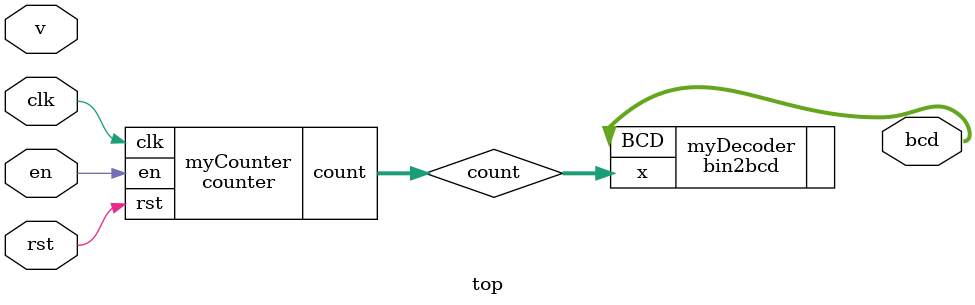
<source format=sv>
module counter #(
    parameter WIDTH = 8
)(
    //interface signals
    input logic              clk,
    input logic              rst,
    input logic              en,
    output logic [WIDTH-1:0] count
);

always_ff @(posedge clk, posedge rst)
    if(rst) count <= {WIDTH{1'b0}}; //forms width bits of '0'
    else count <= count + {{WIDTH-1{1'b0}}, en}; //adds width-1 digits of binary 0's and then adds the enable
endmodule


module top #(
  parameter WIDTH = 8
)(
  // interface signals
  input  logic             clk,      // clock 
  input  logic             rst,      // reset 
  input  logic             en,       // enable
  input  logic [WIDTH-1:0] v,        // value to preload
  output logic [11:0]      bcd       // count output
);

  logic  [WIDTH-1:0]       count;    // interconnect wire

counter myCounter (
  .clk (clk),
  .rst (rst),
  .en (en),
  .count (count)
);

bin2bcd myDecoder (
  .x (count),
  .BCD (bcd)
);

endmodule


</source>
